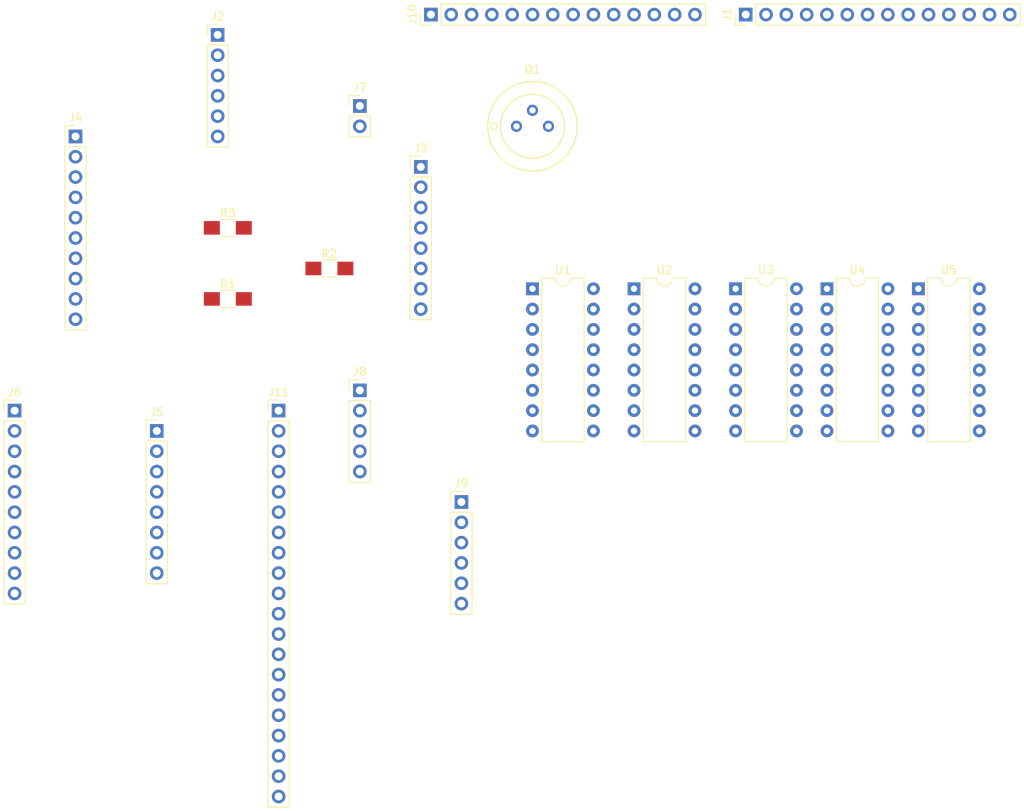
<source format=kicad_pcb>
(kicad_pcb (version 4) (host pcbnew 4.0.7)

  (general
    (links 111)
    (no_connects 111)
    (area 107.012381 82.88238 239.625 188.825)
    (thickness 1.6)
    (drawings 0)
    (tracks 0)
    (zones 0)
    (modules 20)
    (nets 82)
  )

  (page A4)
  (layers
    (0 F.Cu signal)
    (31 B.Cu signal)
    (32 B.Adhes user hide)
    (33 F.Adhes user hide)
    (34 B.Paste user hide)
    (35 F.Paste user hide)
    (36 B.SilkS user hide)
    (37 F.SilkS user)
    (38 B.Mask user hide)
    (39 F.Mask user hide)
    (40 Dwgs.User user hide)
    (41 Cmts.User user hide)
    (42 Eco1.User user hide)
    (43 Eco2.User user hide)
    (44 Edge.Cuts user hide)
    (45 Margin user hide)
    (46 B.CrtYd user hide)
    (47 F.CrtYd user hide)
    (48 B.Fab user hide)
    (49 F.Fab user hide)
  )

  (setup
    (last_trace_width 0.25)
    (trace_clearance 0.2)
    (zone_clearance 0.508)
    (zone_45_only no)
    (trace_min 0.2)
    (segment_width 0.2)
    (edge_width 0.15)
    (via_size 0.6)
    (via_drill 0.4)
    (via_min_size 0.4)
    (via_min_drill 0.3)
    (uvia_size 0.3)
    (uvia_drill 0.1)
    (uvias_allowed no)
    (uvia_min_size 0.2)
    (uvia_min_drill 0.1)
    (pcb_text_width 0.3)
    (pcb_text_size 1.5 1.5)
    (mod_edge_width 0.15)
    (mod_text_size 1 1)
    (mod_text_width 0.15)
    (pad_size 1.524 1.524)
    (pad_drill 0.762)
    (pad_to_mask_clearance 0.2)
    (aux_axis_origin 0 0)
    (visible_elements 7FFFFFFF)
    (pcbplotparams
      (layerselection 0x00030_80000001)
      (usegerberextensions false)
      (excludeedgelayer true)
      (linewidth 0.100000)
      (plotframeref false)
      (viasonmask false)
      (mode 1)
      (useauxorigin false)
      (hpglpennumber 1)
      (hpglpenspeed 20)
      (hpglpendiameter 15)
      (hpglpenoverlay 2)
      (psnegative false)
      (psa4output false)
      (plotreference true)
      (plotvalue true)
      (plotinvisibletext false)
      (padsonsilk false)
      (subtractmaskfromsilk false)
      (outputformat 1)
      (mirror false)
      (drillshape 0)
      (scaleselection 1)
      (outputdirectory test_gerber_out/))
  )

  (net 0 "")
  (net 1 GND)
  (net 2 +3V3)
  (net 3 "Net-(U1-Pad9)")
  (net 4 VCC)
  (net 5 "Net-(J1-Pad1)")
  (net 6 "Net-(J1-Pad2)")
  (net 7 "Net-(J1-Pad3)")
  (net 8 "Net-(J1-Pad4)")
  (net 9 "Net-(J1-Pad5)")
  (net 10 "Net-(J1-Pad6)")
  (net 11 "Net-(J1-Pad7)")
  (net 12 "Net-(J1-Pad8)")
  (net 13 "Net-(J1-Pad9)")
  (net 14 "Net-(J1-Pad10)")
  (net 15 "Net-(J1-Pad11)")
  (net 16 "Net-(J1-Pad12)")
  (net 17 "Net-(J1-Pad13)")
  (net 18 "Net-(J1-Pad14)")
  (net 19 "Net-(J2-Pad1)")
  (net 20 "Net-(J2-Pad2)")
  (net 21 "Net-(J2-Pad3)")
  (net 22 "Net-(J2-Pad4)")
  (net 23 "Net-(J2-Pad5)")
  (net 24 "Net-(J2-Pad6)")
  (net 25 "Net-(J3-Pad1)")
  (net 26 "Net-(J3-Pad2)")
  (net 27 "Net-(J3-Pad3)")
  (net 28 "Net-(J3-Pad4)")
  (net 29 "Net-(J3-Pad5)")
  (net 30 "Net-(J3-Pad6)")
  (net 31 "Net-(J3-Pad7)")
  (net 32 "Net-(J3-Pad8)")
  (net 33 +5V)
  (net 34 "Net-(J4-Pad9)")
  (net 35 /AREF)
  (net 36 "Net-(J5-Pad1)")
  (net 37 "Net-(J5-Pad3)")
  (net 38 "Net-(J5-Pad8)")
  (net 39 "Net-(J11-Pad19)")
  (net 40 /PWM1)
  (net 41 "Net-(J6-Pad3)")
  (net 42 "Net-(J6-Pad4)")
  (net 43 "Net-(J6-Pad6)")
  (net 44 "Net-(J6-Pad9)")
  (net 45 "Net-(J6-Pad10)")
  (net 46 "Net-(J10-Pad1)")
  (net 47 "Net-(J10-Pad2)")
  (net 48 "Net-(J10-Pad3)")
  (net 49 "Net-(J10-Pad4)")
  (net 50 "Net-(J10-Pad5)")
  (net 51 "Net-(J10-Pad6)")
  (net 52 "Net-(J10-Pad7)")
  (net 53 "Net-(J10-Pad8)")
  (net 54 "Net-(J10-Pad9)")
  (net 55 "Net-(J10-Pad10)")
  (net 56 "Net-(J10-Pad11)")
  (net 57 "Net-(J10-Pad12)")
  (net 58 "Net-(J10-Pad13)")
  (net 59 "Net-(J10-Pad14)")
  (net 60 "Net-(J11-Pad1)")
  (net 61 "Net-(J11-Pad2)")
  (net 62 "Net-(J11-Pad3)")
  (net 63 "Net-(J11-Pad4)")
  (net 64 "Net-(J11-Pad5)")
  (net 65 "Net-(J11-Pad6)")
  (net 66 "Net-(J11-Pad7)")
  (net 67 "Net-(J11-Pad8)")
  (net 68 "Net-(J11-Pad9)")
  (net 69 "Net-(J11-Pad10)")
  (net 70 "Net-(J11-Pad11)")
  (net 71 "Net-(J11-Pad12)")
  (net 72 "Net-(J11-Pad13)")
  (net 73 "Net-(J11-Pad14)")
  (net 74 "Net-(J11-Pad15)")
  (net 75 "Net-(J11-Pad16)")
  (net 76 "Net-(J11-Pad18)")
  (net 77 "Net-(Q1-Pad2)")
  (net 78 "Net-(Q1-Pad3)")
  (net 79 VDD)
  (net 80 "Net-(U4-Pad2)")
  (net 81 "Net-(U4-Pad4)")

  (net_class Default "This is the default net class."
    (clearance 0.2)
    (trace_width 0.25)
    (via_dia 0.6)
    (via_drill 0.4)
    (uvia_dia 0.3)
    (uvia_drill 0.1)
    (add_net +3V3)
    (add_net +5V)
    (add_net /AREF)
    (add_net /PWM1)
    (add_net GND)
    (add_net "Net-(J1-Pad1)")
    (add_net "Net-(J1-Pad10)")
    (add_net "Net-(J1-Pad11)")
    (add_net "Net-(J1-Pad12)")
    (add_net "Net-(J1-Pad13)")
    (add_net "Net-(J1-Pad14)")
    (add_net "Net-(J1-Pad2)")
    (add_net "Net-(J1-Pad3)")
    (add_net "Net-(J1-Pad4)")
    (add_net "Net-(J1-Pad5)")
    (add_net "Net-(J1-Pad6)")
    (add_net "Net-(J1-Pad7)")
    (add_net "Net-(J1-Pad8)")
    (add_net "Net-(J1-Pad9)")
    (add_net "Net-(J10-Pad1)")
    (add_net "Net-(J10-Pad10)")
    (add_net "Net-(J10-Pad11)")
    (add_net "Net-(J10-Pad12)")
    (add_net "Net-(J10-Pad13)")
    (add_net "Net-(J10-Pad14)")
    (add_net "Net-(J10-Pad2)")
    (add_net "Net-(J10-Pad3)")
    (add_net "Net-(J10-Pad4)")
    (add_net "Net-(J10-Pad5)")
    (add_net "Net-(J10-Pad6)")
    (add_net "Net-(J10-Pad7)")
    (add_net "Net-(J10-Pad8)")
    (add_net "Net-(J10-Pad9)")
    (add_net "Net-(J11-Pad1)")
    (add_net "Net-(J11-Pad10)")
    (add_net "Net-(J11-Pad11)")
    (add_net "Net-(J11-Pad12)")
    (add_net "Net-(J11-Pad13)")
    (add_net "Net-(J11-Pad14)")
    (add_net "Net-(J11-Pad15)")
    (add_net "Net-(J11-Pad16)")
    (add_net "Net-(J11-Pad18)")
    (add_net "Net-(J11-Pad19)")
    (add_net "Net-(J11-Pad2)")
    (add_net "Net-(J11-Pad3)")
    (add_net "Net-(J11-Pad4)")
    (add_net "Net-(J11-Pad5)")
    (add_net "Net-(J11-Pad6)")
    (add_net "Net-(J11-Pad7)")
    (add_net "Net-(J11-Pad8)")
    (add_net "Net-(J11-Pad9)")
    (add_net "Net-(J2-Pad1)")
    (add_net "Net-(J2-Pad2)")
    (add_net "Net-(J2-Pad3)")
    (add_net "Net-(J2-Pad4)")
    (add_net "Net-(J2-Pad5)")
    (add_net "Net-(J2-Pad6)")
    (add_net "Net-(J3-Pad1)")
    (add_net "Net-(J3-Pad2)")
    (add_net "Net-(J3-Pad3)")
    (add_net "Net-(J3-Pad4)")
    (add_net "Net-(J3-Pad5)")
    (add_net "Net-(J3-Pad6)")
    (add_net "Net-(J3-Pad7)")
    (add_net "Net-(J3-Pad8)")
    (add_net "Net-(J4-Pad9)")
    (add_net "Net-(J5-Pad1)")
    (add_net "Net-(J5-Pad3)")
    (add_net "Net-(J5-Pad8)")
    (add_net "Net-(J6-Pad10)")
    (add_net "Net-(J6-Pad3)")
    (add_net "Net-(J6-Pad4)")
    (add_net "Net-(J6-Pad6)")
    (add_net "Net-(J6-Pad9)")
    (add_net "Net-(Q1-Pad2)")
    (add_net "Net-(Q1-Pad3)")
    (add_net "Net-(U1-Pad9)")
    (add_net "Net-(U4-Pad2)")
    (add_net "Net-(U4-Pad4)")
    (add_net VCC)
    (add_net VDD)
  )

  (module Pin_Headers:Pin_Header_Straight_1x14_Pitch2.54mm (layer F.Cu) (tedit 59650532) (tstamp 5AB5D664)
    (at 203.2 87.63 90)
    (descr "Through hole straight pin header, 1x14, 2.54mm pitch, single row")
    (tags "Through hole pin header THT 1x14 2.54mm single row")
    (path /5AB5FBF7)
    (fp_text reference J1 (at 0 -2.33 90) (layer F.SilkS)
      (effects (font (size 1 1) (thickness 0.15)))
    )
    (fp_text value Conn_01x14 (at 0 35.35 90) (layer F.Fab)
      (effects (font (size 1 1) (thickness 0.15)))
    )
    (fp_line (start -0.635 -1.27) (end 1.27 -1.27) (layer F.Fab) (width 0.1))
    (fp_line (start 1.27 -1.27) (end 1.27 34.29) (layer F.Fab) (width 0.1))
    (fp_line (start 1.27 34.29) (end -1.27 34.29) (layer F.Fab) (width 0.1))
    (fp_line (start -1.27 34.29) (end -1.27 -0.635) (layer F.Fab) (width 0.1))
    (fp_line (start -1.27 -0.635) (end -0.635 -1.27) (layer F.Fab) (width 0.1))
    (fp_line (start -1.33 34.35) (end 1.33 34.35) (layer F.SilkS) (width 0.12))
    (fp_line (start -1.33 1.27) (end -1.33 34.35) (layer F.SilkS) (width 0.12))
    (fp_line (start 1.33 1.27) (end 1.33 34.35) (layer F.SilkS) (width 0.12))
    (fp_line (start -1.33 1.27) (end 1.33 1.27) (layer F.SilkS) (width 0.12))
    (fp_line (start -1.33 0) (end -1.33 -1.33) (layer F.SilkS) (width 0.12))
    (fp_line (start -1.33 -1.33) (end 0 -1.33) (layer F.SilkS) (width 0.12))
    (fp_line (start -1.8 -1.8) (end -1.8 34.8) (layer F.CrtYd) (width 0.05))
    (fp_line (start -1.8 34.8) (end 1.8 34.8) (layer F.CrtYd) (width 0.05))
    (fp_line (start 1.8 34.8) (end 1.8 -1.8) (layer F.CrtYd) (width 0.05))
    (fp_line (start 1.8 -1.8) (end -1.8 -1.8) (layer F.CrtYd) (width 0.05))
    (fp_text user %R (at 0 16.51 180) (layer F.Fab)
      (effects (font (size 1 1) (thickness 0.15)))
    )
    (pad 1 thru_hole rect (at 0 0 90) (size 1.7 1.7) (drill 1) (layers *.Cu *.Mask)
      (net 5 "Net-(J1-Pad1)"))
    (pad 2 thru_hole oval (at 0 2.54 90) (size 1.7 1.7) (drill 1) (layers *.Cu *.Mask)
      (net 6 "Net-(J1-Pad2)"))
    (pad 3 thru_hole oval (at 0 5.08 90) (size 1.7 1.7) (drill 1) (layers *.Cu *.Mask)
      (net 7 "Net-(J1-Pad3)"))
    (pad 4 thru_hole oval (at 0 7.62 90) (size 1.7 1.7) (drill 1) (layers *.Cu *.Mask)
      (net 8 "Net-(J1-Pad4)"))
    (pad 5 thru_hole oval (at 0 10.16 90) (size 1.7 1.7) (drill 1) (layers *.Cu *.Mask)
      (net 9 "Net-(J1-Pad5)"))
    (pad 6 thru_hole oval (at 0 12.7 90) (size 1.7 1.7) (drill 1) (layers *.Cu *.Mask)
      (net 10 "Net-(J1-Pad6)"))
    (pad 7 thru_hole oval (at 0 15.24 90) (size 1.7 1.7) (drill 1) (layers *.Cu *.Mask)
      (net 11 "Net-(J1-Pad7)"))
    (pad 8 thru_hole oval (at 0 17.78 90) (size 1.7 1.7) (drill 1) (layers *.Cu *.Mask)
      (net 12 "Net-(J1-Pad8)"))
    (pad 9 thru_hole oval (at 0 20.32 90) (size 1.7 1.7) (drill 1) (layers *.Cu *.Mask)
      (net 13 "Net-(J1-Pad9)"))
    (pad 10 thru_hole oval (at 0 22.86 90) (size 1.7 1.7) (drill 1) (layers *.Cu *.Mask)
      (net 14 "Net-(J1-Pad10)"))
    (pad 11 thru_hole oval (at 0 25.4 90) (size 1.7 1.7) (drill 1) (layers *.Cu *.Mask)
      (net 15 "Net-(J1-Pad11)"))
    (pad 12 thru_hole oval (at 0 27.94 90) (size 1.7 1.7) (drill 1) (layers *.Cu *.Mask)
      (net 16 "Net-(J1-Pad12)"))
    (pad 13 thru_hole oval (at 0 30.48 90) (size 1.7 1.7) (drill 1) (layers *.Cu *.Mask)
      (net 17 "Net-(J1-Pad13)"))
    (pad 14 thru_hole oval (at 0 33.02 90) (size 1.7 1.7) (drill 1) (layers *.Cu *.Mask)
      (net 18 "Net-(J1-Pad14)"))
    (model ${KISYS3DMOD}/Pin_Headers.3dshapes/Pin_Header_Straight_1x14_Pitch2.54mm.wrl
      (at (xyz 0 0 0))
      (scale (xyz 1 1 1))
      (rotate (xyz 0 0 0))
    )
  )

  (module Pin_Headers:Pin_Header_Straight_1x06_Pitch2.54mm (layer F.Cu) (tedit 59650532) (tstamp 5AB5D66E)
    (at 137.16 90.17)
    (descr "Through hole straight pin header, 1x06, 2.54mm pitch, single row")
    (tags "Through hole pin header THT 1x06 2.54mm single row")
    (path /5AB77B16)
    (fp_text reference J2 (at 0 -2.33) (layer F.SilkS)
      (effects (font (size 1 1) (thickness 0.15)))
    )
    (fp_text value Conn_01x06 (at 0 15.03) (layer F.Fab)
      (effects (font (size 1 1) (thickness 0.15)))
    )
    (fp_line (start -0.635 -1.27) (end 1.27 -1.27) (layer F.Fab) (width 0.1))
    (fp_line (start 1.27 -1.27) (end 1.27 13.97) (layer F.Fab) (width 0.1))
    (fp_line (start 1.27 13.97) (end -1.27 13.97) (layer F.Fab) (width 0.1))
    (fp_line (start -1.27 13.97) (end -1.27 -0.635) (layer F.Fab) (width 0.1))
    (fp_line (start -1.27 -0.635) (end -0.635 -1.27) (layer F.Fab) (width 0.1))
    (fp_line (start -1.33 14.03) (end 1.33 14.03) (layer F.SilkS) (width 0.12))
    (fp_line (start -1.33 1.27) (end -1.33 14.03) (layer F.SilkS) (width 0.12))
    (fp_line (start 1.33 1.27) (end 1.33 14.03) (layer F.SilkS) (width 0.12))
    (fp_line (start -1.33 1.27) (end 1.33 1.27) (layer F.SilkS) (width 0.12))
    (fp_line (start -1.33 0) (end -1.33 -1.33) (layer F.SilkS) (width 0.12))
    (fp_line (start -1.33 -1.33) (end 0 -1.33) (layer F.SilkS) (width 0.12))
    (fp_line (start -1.8 -1.8) (end -1.8 14.5) (layer F.CrtYd) (width 0.05))
    (fp_line (start -1.8 14.5) (end 1.8 14.5) (layer F.CrtYd) (width 0.05))
    (fp_line (start 1.8 14.5) (end 1.8 -1.8) (layer F.CrtYd) (width 0.05))
    (fp_line (start 1.8 -1.8) (end -1.8 -1.8) (layer F.CrtYd) (width 0.05))
    (fp_text user %R (at 0 6.35 90) (layer F.Fab)
      (effects (font (size 1 1) (thickness 0.15)))
    )
    (pad 1 thru_hole rect (at 0 0) (size 1.7 1.7) (drill 1) (layers *.Cu *.Mask)
      (net 19 "Net-(J2-Pad1)"))
    (pad 2 thru_hole oval (at 0 2.54) (size 1.7 1.7) (drill 1) (layers *.Cu *.Mask)
      (net 20 "Net-(J2-Pad2)"))
    (pad 3 thru_hole oval (at 0 5.08) (size 1.7 1.7) (drill 1) (layers *.Cu *.Mask)
      (net 21 "Net-(J2-Pad3)"))
    (pad 4 thru_hole oval (at 0 7.62) (size 1.7 1.7) (drill 1) (layers *.Cu *.Mask)
      (net 22 "Net-(J2-Pad4)"))
    (pad 5 thru_hole oval (at 0 10.16) (size 1.7 1.7) (drill 1) (layers *.Cu *.Mask)
      (net 23 "Net-(J2-Pad5)"))
    (pad 6 thru_hole oval (at 0 12.7) (size 1.7 1.7) (drill 1) (layers *.Cu *.Mask)
      (net 24 "Net-(J2-Pad6)"))
    (model ${KISYS3DMOD}/Pin_Headers.3dshapes/Pin_Header_Straight_1x06_Pitch2.54mm.wrl
      (at (xyz 0 0 0))
      (scale (xyz 1 1 1))
      (rotate (xyz 0 0 0))
    )
  )

  (module Pin_Headers:Pin_Header_Straight_1x08_Pitch2.54mm (layer F.Cu) (tedit 59650532) (tstamp 5AB5D67A)
    (at 162.56 106.68)
    (descr "Through hole straight pin header, 1x08, 2.54mm pitch, single row")
    (tags "Through hole pin header THT 1x08 2.54mm single row")
    (path /5AB72ECE)
    (fp_text reference J3 (at 0 -2.33) (layer F.SilkS)
      (effects (font (size 1 1) (thickness 0.15)))
    )
    (fp_text value Conn_01x08 (at 0 20.11) (layer F.Fab)
      (effects (font (size 1 1) (thickness 0.15)))
    )
    (fp_line (start -0.635 -1.27) (end 1.27 -1.27) (layer F.Fab) (width 0.1))
    (fp_line (start 1.27 -1.27) (end 1.27 19.05) (layer F.Fab) (width 0.1))
    (fp_line (start 1.27 19.05) (end -1.27 19.05) (layer F.Fab) (width 0.1))
    (fp_line (start -1.27 19.05) (end -1.27 -0.635) (layer F.Fab) (width 0.1))
    (fp_line (start -1.27 -0.635) (end -0.635 -1.27) (layer F.Fab) (width 0.1))
    (fp_line (start -1.33 19.11) (end 1.33 19.11) (layer F.SilkS) (width 0.12))
    (fp_line (start -1.33 1.27) (end -1.33 19.11) (layer F.SilkS) (width 0.12))
    (fp_line (start 1.33 1.27) (end 1.33 19.11) (layer F.SilkS) (width 0.12))
    (fp_line (start -1.33 1.27) (end 1.33 1.27) (layer F.SilkS) (width 0.12))
    (fp_line (start -1.33 0) (end -1.33 -1.33) (layer F.SilkS) (width 0.12))
    (fp_line (start -1.33 -1.33) (end 0 -1.33) (layer F.SilkS) (width 0.12))
    (fp_line (start -1.8 -1.8) (end -1.8 19.55) (layer F.CrtYd) (width 0.05))
    (fp_line (start -1.8 19.55) (end 1.8 19.55) (layer F.CrtYd) (width 0.05))
    (fp_line (start 1.8 19.55) (end 1.8 -1.8) (layer F.CrtYd) (width 0.05))
    (fp_line (start 1.8 -1.8) (end -1.8 -1.8) (layer F.CrtYd) (width 0.05))
    (fp_text user %R (at 0 8.89 90) (layer F.Fab)
      (effects (font (size 1 1) (thickness 0.15)))
    )
    (pad 1 thru_hole rect (at 0 0) (size 1.7 1.7) (drill 1) (layers *.Cu *.Mask)
      (net 25 "Net-(J3-Pad1)"))
    (pad 2 thru_hole oval (at 0 2.54) (size 1.7 1.7) (drill 1) (layers *.Cu *.Mask)
      (net 26 "Net-(J3-Pad2)"))
    (pad 3 thru_hole oval (at 0 5.08) (size 1.7 1.7) (drill 1) (layers *.Cu *.Mask)
      (net 27 "Net-(J3-Pad3)"))
    (pad 4 thru_hole oval (at 0 7.62) (size 1.7 1.7) (drill 1) (layers *.Cu *.Mask)
      (net 28 "Net-(J3-Pad4)"))
    (pad 5 thru_hole oval (at 0 10.16) (size 1.7 1.7) (drill 1) (layers *.Cu *.Mask)
      (net 29 "Net-(J3-Pad5)"))
    (pad 6 thru_hole oval (at 0 12.7) (size 1.7 1.7) (drill 1) (layers *.Cu *.Mask)
      (net 30 "Net-(J3-Pad6)"))
    (pad 7 thru_hole oval (at 0 15.24) (size 1.7 1.7) (drill 1) (layers *.Cu *.Mask)
      (net 31 "Net-(J3-Pad7)"))
    (pad 8 thru_hole oval (at 0 17.78) (size 1.7 1.7) (drill 1) (layers *.Cu *.Mask)
      (net 32 "Net-(J3-Pad8)"))
    (model ${KISYS3DMOD}/Pin_Headers.3dshapes/Pin_Header_Straight_1x08_Pitch2.54mm.wrl
      (at (xyz 0 0 0))
      (scale (xyz 1 1 1))
      (rotate (xyz 0 0 0))
    )
  )

  (module Pin_Headers:Pin_Header_Straight_1x10_Pitch2.54mm (layer F.Cu) (tedit 59650532) (tstamp 5AB5D688)
    (at 119.38 102.87)
    (descr "Through hole straight pin header, 1x10, 2.54mm pitch, single row")
    (tags "Through hole pin header THT 1x10 2.54mm single row")
    (path /5AB792C4)
    (fp_text reference J4 (at 0 -2.33) (layer F.SilkS)
      (effects (font (size 1 1) (thickness 0.15)))
    )
    (fp_text value Conn_01x10 (at 0 25.19) (layer F.Fab)
      (effects (font (size 1 1) (thickness 0.15)))
    )
    (fp_line (start -0.635 -1.27) (end 1.27 -1.27) (layer F.Fab) (width 0.1))
    (fp_line (start 1.27 -1.27) (end 1.27 24.13) (layer F.Fab) (width 0.1))
    (fp_line (start 1.27 24.13) (end -1.27 24.13) (layer F.Fab) (width 0.1))
    (fp_line (start -1.27 24.13) (end -1.27 -0.635) (layer F.Fab) (width 0.1))
    (fp_line (start -1.27 -0.635) (end -0.635 -1.27) (layer F.Fab) (width 0.1))
    (fp_line (start -1.33 24.19) (end 1.33 24.19) (layer F.SilkS) (width 0.12))
    (fp_line (start -1.33 1.27) (end -1.33 24.19) (layer F.SilkS) (width 0.12))
    (fp_line (start 1.33 1.27) (end 1.33 24.19) (layer F.SilkS) (width 0.12))
    (fp_line (start -1.33 1.27) (end 1.33 1.27) (layer F.SilkS) (width 0.12))
    (fp_line (start -1.33 0) (end -1.33 -1.33) (layer F.SilkS) (width 0.12))
    (fp_line (start -1.33 -1.33) (end 0 -1.33) (layer F.SilkS) (width 0.12))
    (fp_line (start -1.8 -1.8) (end -1.8 24.65) (layer F.CrtYd) (width 0.05))
    (fp_line (start -1.8 24.65) (end 1.8 24.65) (layer F.CrtYd) (width 0.05))
    (fp_line (start 1.8 24.65) (end 1.8 -1.8) (layer F.CrtYd) (width 0.05))
    (fp_line (start 1.8 -1.8) (end -1.8 -1.8) (layer F.CrtYd) (width 0.05))
    (fp_text user %R (at 0 11.43 90) (layer F.Fab)
      (effects (font (size 1 1) (thickness 0.15)))
    )
    (pad 1 thru_hole rect (at 0 0) (size 1.7 1.7) (drill 1) (layers *.Cu *.Mask)
      (net 24 "Net-(J2-Pad6)"))
    (pad 2 thru_hole oval (at 0 2.54) (size 1.7 1.7) (drill 1) (layers *.Cu *.Mask)
      (net 23 "Net-(J2-Pad5)"))
    (pad 3 thru_hole oval (at 0 5.08) (size 1.7 1.7) (drill 1) (layers *.Cu *.Mask)
      (net 22 "Net-(J2-Pad4)"))
    (pad 4 thru_hole oval (at 0 7.62) (size 1.7 1.7) (drill 1) (layers *.Cu *.Mask)
      (net 21 "Net-(J2-Pad3)"))
    (pad 5 thru_hole oval (at 0 10.16) (size 1.7 1.7) (drill 1) (layers *.Cu *.Mask)
      (net 20 "Net-(J2-Pad2)"))
    (pad 6 thru_hole oval (at 0 12.7) (size 1.7 1.7) (drill 1) (layers *.Cu *.Mask)
      (net 1 GND))
    (pad 7 thru_hole oval (at 0 15.24) (size 1.7 1.7) (drill 1) (layers *.Cu *.Mask)
      (net 2 +3V3))
    (pad 8 thru_hole oval (at 0 17.78) (size 1.7 1.7) (drill 1) (layers *.Cu *.Mask)
      (net 33 +5V))
    (pad 9 thru_hole oval (at 0 20.32) (size 1.7 1.7) (drill 1) (layers *.Cu *.Mask)
      (net 34 "Net-(J4-Pad9)"))
    (pad 10 thru_hole oval (at 0 22.86) (size 1.7 1.7) (drill 1) (layers *.Cu *.Mask)
      (net 35 /AREF))
    (model ${KISYS3DMOD}/Pin_Headers.3dshapes/Pin_Header_Straight_1x10_Pitch2.54mm.wrl
      (at (xyz 0 0 0))
      (scale (xyz 1 1 1))
      (rotate (xyz 0 0 0))
    )
  )

  (module Pin_Headers:Pin_Header_Straight_1x08_Pitch2.54mm (layer F.Cu) (tedit 59650532) (tstamp 5AB5D694)
    (at 129.54 139.7)
    (descr "Through hole straight pin header, 1x08, 2.54mm pitch, single row")
    (tags "Through hole pin header THT 1x08 2.54mm single row")
    (path /5AB770E2)
    (fp_text reference J5 (at 0 -2.33) (layer F.SilkS)
      (effects (font (size 1 1) (thickness 0.15)))
    )
    (fp_text value Conn_01x08 (at 0 20.11) (layer F.Fab)
      (effects (font (size 1 1) (thickness 0.15)))
    )
    (fp_line (start -0.635 -1.27) (end 1.27 -1.27) (layer F.Fab) (width 0.1))
    (fp_line (start 1.27 -1.27) (end 1.27 19.05) (layer F.Fab) (width 0.1))
    (fp_line (start 1.27 19.05) (end -1.27 19.05) (layer F.Fab) (width 0.1))
    (fp_line (start -1.27 19.05) (end -1.27 -0.635) (layer F.Fab) (width 0.1))
    (fp_line (start -1.27 -0.635) (end -0.635 -1.27) (layer F.Fab) (width 0.1))
    (fp_line (start -1.33 19.11) (end 1.33 19.11) (layer F.SilkS) (width 0.12))
    (fp_line (start -1.33 1.27) (end -1.33 19.11) (layer F.SilkS) (width 0.12))
    (fp_line (start 1.33 1.27) (end 1.33 19.11) (layer F.SilkS) (width 0.12))
    (fp_line (start -1.33 1.27) (end 1.33 1.27) (layer F.SilkS) (width 0.12))
    (fp_line (start -1.33 0) (end -1.33 -1.33) (layer F.SilkS) (width 0.12))
    (fp_line (start -1.33 -1.33) (end 0 -1.33) (layer F.SilkS) (width 0.12))
    (fp_line (start -1.8 -1.8) (end -1.8 19.55) (layer F.CrtYd) (width 0.05))
    (fp_line (start -1.8 19.55) (end 1.8 19.55) (layer F.CrtYd) (width 0.05))
    (fp_line (start 1.8 19.55) (end 1.8 -1.8) (layer F.CrtYd) (width 0.05))
    (fp_line (start 1.8 -1.8) (end -1.8 -1.8) (layer F.CrtYd) (width 0.05))
    (fp_text user %R (at 0 8.89 90) (layer F.Fab)
      (effects (font (size 1 1) (thickness 0.15)))
    )
    (pad 1 thru_hole rect (at 0 0) (size 1.7 1.7) (drill 1) (layers *.Cu *.Mask)
      (net 36 "Net-(J5-Pad1)"))
    (pad 2 thru_hole oval (at 0 2.54) (size 1.7 1.7) (drill 1) (layers *.Cu *.Mask)
      (net 34 "Net-(J4-Pad9)"))
    (pad 3 thru_hole oval (at 0 5.08) (size 1.7 1.7) (drill 1) (layers *.Cu *.Mask)
      (net 37 "Net-(J5-Pad3)"))
    (pad 4 thru_hole oval (at 0 7.62) (size 1.7 1.7) (drill 1) (layers *.Cu *.Mask)
      (net 2 +3V3))
    (pad 5 thru_hole oval (at 0 10.16) (size 1.7 1.7) (drill 1) (layers *.Cu *.Mask)
      (net 33 +5V))
    (pad 6 thru_hole oval (at 0 12.7) (size 1.7 1.7) (drill 1) (layers *.Cu *.Mask)
      (net 1 GND))
    (pad 7 thru_hole oval (at 0 15.24) (size 1.7 1.7) (drill 1) (layers *.Cu *.Mask)
      (net 1 GND))
    (pad 8 thru_hole oval (at 0 17.78) (size 1.7 1.7) (drill 1) (layers *.Cu *.Mask)
      (net 38 "Net-(J5-Pad8)"))
    (model ${KISYS3DMOD}/Pin_Headers.3dshapes/Pin_Header_Straight_1x08_Pitch2.54mm.wrl
      (at (xyz 0 0 0))
      (scale (xyz 1 1 1))
      (rotate (xyz 0 0 0))
    )
  )

  (module Pin_Headers:Pin_Header_Straight_1x10_Pitch2.54mm (layer F.Cu) (tedit 59650532) (tstamp 5AB5D6A2)
    (at 111.76 137.16)
    (descr "Through hole straight pin header, 1x10, 2.54mm pitch, single row")
    (tags "Through hole pin header THT 1x10 2.54mm single row")
    (path /5AB73FDF)
    (fp_text reference J6 (at 0 -2.33) (layer F.SilkS)
      (effects (font (size 1 1) (thickness 0.15)))
    )
    (fp_text value Conn_01x10 (at 0 25.19) (layer F.Fab)
      (effects (font (size 1 1) (thickness 0.15)))
    )
    (fp_line (start -0.635 -1.27) (end 1.27 -1.27) (layer F.Fab) (width 0.1))
    (fp_line (start 1.27 -1.27) (end 1.27 24.13) (layer F.Fab) (width 0.1))
    (fp_line (start 1.27 24.13) (end -1.27 24.13) (layer F.Fab) (width 0.1))
    (fp_line (start -1.27 24.13) (end -1.27 -0.635) (layer F.Fab) (width 0.1))
    (fp_line (start -1.27 -0.635) (end -0.635 -1.27) (layer F.Fab) (width 0.1))
    (fp_line (start -1.33 24.19) (end 1.33 24.19) (layer F.SilkS) (width 0.12))
    (fp_line (start -1.33 1.27) (end -1.33 24.19) (layer F.SilkS) (width 0.12))
    (fp_line (start 1.33 1.27) (end 1.33 24.19) (layer F.SilkS) (width 0.12))
    (fp_line (start -1.33 1.27) (end 1.33 1.27) (layer F.SilkS) (width 0.12))
    (fp_line (start -1.33 0) (end -1.33 -1.33) (layer F.SilkS) (width 0.12))
    (fp_line (start -1.33 -1.33) (end 0 -1.33) (layer F.SilkS) (width 0.12))
    (fp_line (start -1.8 -1.8) (end -1.8 24.65) (layer F.CrtYd) (width 0.05))
    (fp_line (start -1.8 24.65) (end 1.8 24.65) (layer F.CrtYd) (width 0.05))
    (fp_line (start 1.8 24.65) (end 1.8 -1.8) (layer F.CrtYd) (width 0.05))
    (fp_line (start 1.8 -1.8) (end -1.8 -1.8) (layer F.CrtYd) (width 0.05))
    (fp_text user %R (at 0 11.43 90) (layer F.Fab)
      (effects (font (size 1 1) (thickness 0.15)))
    )
    (pad 1 thru_hole rect (at 0 0) (size 1.7 1.7) (drill 1) (layers *.Cu *.Mask)
      (net 39 "Net-(J11-Pad19)"))
    (pad 2 thru_hole oval (at 0 2.54) (size 1.7 1.7) (drill 1) (layers *.Cu *.Mask)
      (net 40 /PWM1))
    (pad 3 thru_hole oval (at 0 5.08) (size 1.7 1.7) (drill 1) (layers *.Cu *.Mask)
      (net 41 "Net-(J6-Pad3)"))
    (pad 4 thru_hole oval (at 0 7.62) (size 1.7 1.7) (drill 1) (layers *.Cu *.Mask)
      (net 42 "Net-(J6-Pad4)"))
    (pad 5 thru_hole oval (at 0 10.16) (size 1.7 1.7) (drill 1) (layers *.Cu *.Mask)
      (net 1 GND))
    (pad 6 thru_hole oval (at 0 12.7) (size 1.7 1.7) (drill 1) (layers *.Cu *.Mask)
      (net 43 "Net-(J6-Pad6)"))
    (pad 7 thru_hole oval (at 0 15.24) (size 1.7 1.7) (drill 1) (layers *.Cu *.Mask)
      (net 1 GND))
    (pad 8 thru_hole oval (at 0 17.78) (size 1.7 1.7) (drill 1) (layers *.Cu *.Mask)
      (net 35 /AREF))
    (pad 9 thru_hole oval (at 0 20.32) (size 1.7 1.7) (drill 1) (layers *.Cu *.Mask)
      (net 44 "Net-(J6-Pad9)"))
    (pad 10 thru_hole oval (at 0 22.86) (size 1.7 1.7) (drill 1) (layers *.Cu *.Mask)
      (net 45 "Net-(J6-Pad10)"))
    (model ${KISYS3DMOD}/Pin_Headers.3dshapes/Pin_Header_Straight_1x10_Pitch2.54mm.wrl
      (at (xyz 0 0 0))
      (scale (xyz 1 1 1))
      (rotate (xyz 0 0 0))
    )
  )

  (module Pin_Headers:Pin_Header_Straight_1x02_Pitch2.54mm (layer F.Cu) (tedit 59650532) (tstamp 5AB5D6A8)
    (at 154.94 99.06)
    (descr "Through hole straight pin header, 1x02, 2.54mm pitch, single row")
    (tags "Through hole pin header THT 1x02 2.54mm single row")
    (path /5AB7A63F)
    (fp_text reference J7 (at 0 -2.33) (layer F.SilkS)
      (effects (font (size 1 1) (thickness 0.15)))
    )
    (fp_text value Conn_01x02 (at 0 4.87) (layer F.Fab)
      (effects (font (size 1 1) (thickness 0.15)))
    )
    (fp_line (start -0.635 -1.27) (end 1.27 -1.27) (layer F.Fab) (width 0.1))
    (fp_line (start 1.27 -1.27) (end 1.27 3.81) (layer F.Fab) (width 0.1))
    (fp_line (start 1.27 3.81) (end -1.27 3.81) (layer F.Fab) (width 0.1))
    (fp_line (start -1.27 3.81) (end -1.27 -0.635) (layer F.Fab) (width 0.1))
    (fp_line (start -1.27 -0.635) (end -0.635 -1.27) (layer F.Fab) (width 0.1))
    (fp_line (start -1.33 3.87) (end 1.33 3.87) (layer F.SilkS) (width 0.12))
    (fp_line (start -1.33 1.27) (end -1.33 3.87) (layer F.SilkS) (width 0.12))
    (fp_line (start 1.33 1.27) (end 1.33 3.87) (layer F.SilkS) (width 0.12))
    (fp_line (start -1.33 1.27) (end 1.33 1.27) (layer F.SilkS) (width 0.12))
    (fp_line (start -1.33 0) (end -1.33 -1.33) (layer F.SilkS) (width 0.12))
    (fp_line (start -1.33 -1.33) (end 0 -1.33) (layer F.SilkS) (width 0.12))
    (fp_line (start -1.8 -1.8) (end -1.8 4.35) (layer F.CrtYd) (width 0.05))
    (fp_line (start -1.8 4.35) (end 1.8 4.35) (layer F.CrtYd) (width 0.05))
    (fp_line (start 1.8 4.35) (end 1.8 -1.8) (layer F.CrtYd) (width 0.05))
    (fp_line (start 1.8 -1.8) (end -1.8 -1.8) (layer F.CrtYd) (width 0.05))
    (fp_text user %R (at 0 1.27 90) (layer F.Fab)
      (effects (font (size 1 1) (thickness 0.15)))
    )
    (pad 1 thru_hole rect (at 0 0) (size 1.7 1.7) (drill 1) (layers *.Cu *.Mask)
      (net 33 +5V))
    (pad 2 thru_hole oval (at 0 2.54) (size 1.7 1.7) (drill 1) (layers *.Cu *.Mask)
      (net 37 "Net-(J5-Pad3)"))
    (model ${KISYS3DMOD}/Pin_Headers.3dshapes/Pin_Header_Straight_1x02_Pitch2.54mm.wrl
      (at (xyz 0 0 0))
      (scale (xyz 1 1 1))
      (rotate (xyz 0 0 0))
    )
  )

  (module Pin_Headers:Pin_Header_Straight_1x05_Pitch2.54mm (layer F.Cu) (tedit 59650532) (tstamp 5AB5D6B1)
    (at 154.94 134.62)
    (descr "Through hole straight pin header, 1x05, 2.54mm pitch, single row")
    (tags "Through hole pin header THT 1x05 2.54mm single row")
    (path /5AB7BC89)
    (fp_text reference J8 (at 0 -2.33) (layer F.SilkS)
      (effects (font (size 1 1) (thickness 0.15)))
    )
    (fp_text value Conn_01x05 (at 0 12.49) (layer F.Fab)
      (effects (font (size 1 1) (thickness 0.15)))
    )
    (fp_line (start -0.635 -1.27) (end 1.27 -1.27) (layer F.Fab) (width 0.1))
    (fp_line (start 1.27 -1.27) (end 1.27 11.43) (layer F.Fab) (width 0.1))
    (fp_line (start 1.27 11.43) (end -1.27 11.43) (layer F.Fab) (width 0.1))
    (fp_line (start -1.27 11.43) (end -1.27 -0.635) (layer F.Fab) (width 0.1))
    (fp_line (start -1.27 -0.635) (end -0.635 -1.27) (layer F.Fab) (width 0.1))
    (fp_line (start -1.33 11.49) (end 1.33 11.49) (layer F.SilkS) (width 0.12))
    (fp_line (start -1.33 1.27) (end -1.33 11.49) (layer F.SilkS) (width 0.12))
    (fp_line (start 1.33 1.27) (end 1.33 11.49) (layer F.SilkS) (width 0.12))
    (fp_line (start -1.33 1.27) (end 1.33 1.27) (layer F.SilkS) (width 0.12))
    (fp_line (start -1.33 0) (end -1.33 -1.33) (layer F.SilkS) (width 0.12))
    (fp_line (start -1.33 -1.33) (end 0 -1.33) (layer F.SilkS) (width 0.12))
    (fp_line (start -1.8 -1.8) (end -1.8 11.95) (layer F.CrtYd) (width 0.05))
    (fp_line (start -1.8 11.95) (end 1.8 11.95) (layer F.CrtYd) (width 0.05))
    (fp_line (start 1.8 11.95) (end 1.8 -1.8) (layer F.CrtYd) (width 0.05))
    (fp_line (start 1.8 -1.8) (end -1.8 -1.8) (layer F.CrtYd) (width 0.05))
    (fp_text user %R (at 0 5.08 90) (layer F.Fab)
      (effects (font (size 1 1) (thickness 0.15)))
    )
    (pad 1 thru_hole rect (at 0 0) (size 1.7 1.7) (drill 1) (layers *.Cu *.Mask)
      (net 45 "Net-(J6-Pad10)"))
    (pad 2 thru_hole oval (at 0 2.54) (size 1.7 1.7) (drill 1) (layers *.Cu *.Mask)
      (net 44 "Net-(J6-Pad9)"))
    (pad 3 thru_hole oval (at 0 5.08) (size 1.7 1.7) (drill 1) (layers *.Cu *.Mask)
      (net 1 GND))
    (pad 4 thru_hole oval (at 0 7.62) (size 1.7 1.7) (drill 1) (layers *.Cu *.Mask)
      (net 33 +5V))
    (pad 5 thru_hole oval (at 0 10.16) (size 1.7 1.7) (drill 1) (layers *.Cu *.Mask)
      (net 2 +3V3))
    (model ${KISYS3DMOD}/Pin_Headers.3dshapes/Pin_Header_Straight_1x05_Pitch2.54mm.wrl
      (at (xyz 0 0 0))
      (scale (xyz 1 1 1))
      (rotate (xyz 0 0 0))
    )
  )

  (module Pin_Headers:Pin_Header_Straight_1x06_Pitch2.54mm (layer F.Cu) (tedit 59650532) (tstamp 5AB5D6BB)
    (at 167.64 148.59)
    (descr "Through hole straight pin header, 1x06, 2.54mm pitch, single row")
    (tags "Through hole pin header THT 1x06 2.54mm single row")
    (path /5AB7E284)
    (fp_text reference J9 (at 0 -2.33) (layer F.SilkS)
      (effects (font (size 1 1) (thickness 0.15)))
    )
    (fp_text value Conn_01x06 (at 0 15.03) (layer F.Fab)
      (effects (font (size 1 1) (thickness 0.15)))
    )
    (fp_line (start -0.635 -1.27) (end 1.27 -1.27) (layer F.Fab) (width 0.1))
    (fp_line (start 1.27 -1.27) (end 1.27 13.97) (layer F.Fab) (width 0.1))
    (fp_line (start 1.27 13.97) (end -1.27 13.97) (layer F.Fab) (width 0.1))
    (fp_line (start -1.27 13.97) (end -1.27 -0.635) (layer F.Fab) (width 0.1))
    (fp_line (start -1.27 -0.635) (end -0.635 -1.27) (layer F.Fab) (width 0.1))
    (fp_line (start -1.33 14.03) (end 1.33 14.03) (layer F.SilkS) (width 0.12))
    (fp_line (start -1.33 1.27) (end -1.33 14.03) (layer F.SilkS) (width 0.12))
    (fp_line (start 1.33 1.27) (end 1.33 14.03) (layer F.SilkS) (width 0.12))
    (fp_line (start -1.33 1.27) (end 1.33 1.27) (layer F.SilkS) (width 0.12))
    (fp_line (start -1.33 0) (end -1.33 -1.33) (layer F.SilkS) (width 0.12))
    (fp_line (start -1.33 -1.33) (end 0 -1.33) (layer F.SilkS) (width 0.12))
    (fp_line (start -1.8 -1.8) (end -1.8 14.5) (layer F.CrtYd) (width 0.05))
    (fp_line (start -1.8 14.5) (end 1.8 14.5) (layer F.CrtYd) (width 0.05))
    (fp_line (start 1.8 14.5) (end 1.8 -1.8) (layer F.CrtYd) (width 0.05))
    (fp_line (start 1.8 -1.8) (end -1.8 -1.8) (layer F.CrtYd) (width 0.05))
    (fp_text user %R (at 0 6.35 90) (layer F.Fab)
      (effects (font (size 1 1) (thickness 0.15)))
    )
    (pad 1 thru_hole rect (at 0 0) (size 1.7 1.7) (drill 1) (layers *.Cu *.Mask)
      (net 40 /PWM1))
    (pad 2 thru_hole oval (at 0 2.54) (size 1.7 1.7) (drill 1) (layers *.Cu *.Mask)
      (net 41 "Net-(J6-Pad3)"))
    (pad 3 thru_hole oval (at 0 5.08) (size 1.7 1.7) (drill 1) (layers *.Cu *.Mask)
      (net 42 "Net-(J6-Pad4)"))
    (pad 4 thru_hole oval (at 0 7.62) (size 1.7 1.7) (drill 1) (layers *.Cu *.Mask)
      (net 1 GND))
    (pad 5 thru_hole oval (at 0 10.16) (size 1.7 1.7) (drill 1) (layers *.Cu *.Mask)
      (net 33 +5V))
    (pad 6 thru_hole oval (at 0 12.7) (size 1.7 1.7) (drill 1) (layers *.Cu *.Mask)
      (net 2 +3V3))
    (model ${KISYS3DMOD}/Pin_Headers.3dshapes/Pin_Header_Straight_1x06_Pitch2.54mm.wrl
      (at (xyz 0 0 0))
      (scale (xyz 1 1 1))
      (rotate (xyz 0 0 0))
    )
  )

  (module Pin_Headers:Pin_Header_Straight_1x14_Pitch2.54mm (layer F.Cu) (tedit 59650532) (tstamp 5AB5D6CD)
    (at 163.83 87.63 90)
    (descr "Through hole straight pin header, 1x14, 2.54mm pitch, single row")
    (tags "Through hole pin header THT 1x14 2.54mm single row")
    (path /5AB5FEBC)
    (fp_text reference J10 (at 0 -2.33 90) (layer F.SilkS)
      (effects (font (size 1 1) (thickness 0.15)))
    )
    (fp_text value Conn_01x14 (at 0 35.35 90) (layer F.Fab)
      (effects (font (size 1 1) (thickness 0.15)))
    )
    (fp_line (start -0.635 -1.27) (end 1.27 -1.27) (layer F.Fab) (width 0.1))
    (fp_line (start 1.27 -1.27) (end 1.27 34.29) (layer F.Fab) (width 0.1))
    (fp_line (start 1.27 34.29) (end -1.27 34.29) (layer F.Fab) (width 0.1))
    (fp_line (start -1.27 34.29) (end -1.27 -0.635) (layer F.Fab) (width 0.1))
    (fp_line (start -1.27 -0.635) (end -0.635 -1.27) (layer F.Fab) (width 0.1))
    (fp_line (start -1.33 34.35) (end 1.33 34.35) (layer F.SilkS) (width 0.12))
    (fp_line (start -1.33 1.27) (end -1.33 34.35) (layer F.SilkS) (width 0.12))
    (fp_line (start 1.33 1.27) (end 1.33 34.35) (layer F.SilkS) (width 0.12))
    (fp_line (start -1.33 1.27) (end 1.33 1.27) (layer F.SilkS) (width 0.12))
    (fp_line (start -1.33 0) (end -1.33 -1.33) (layer F.SilkS) (width 0.12))
    (fp_line (start -1.33 -1.33) (end 0 -1.33) (layer F.SilkS) (width 0.12))
    (fp_line (start -1.8 -1.8) (end -1.8 34.8) (layer F.CrtYd) (width 0.05))
    (fp_line (start -1.8 34.8) (end 1.8 34.8) (layer F.CrtYd) (width 0.05))
    (fp_line (start 1.8 34.8) (end 1.8 -1.8) (layer F.CrtYd) (width 0.05))
    (fp_line (start 1.8 -1.8) (end -1.8 -1.8) (layer F.CrtYd) (width 0.05))
    (fp_text user %R (at 0 16.51 180) (layer F.Fab)
      (effects (font (size 1 1) (thickness 0.15)))
    )
    (pad 1 thru_hole rect (at 0 0 90) (size 1.7 1.7) (drill 1) (layers *.Cu *.Mask)
      (net 46 "Net-(J10-Pad1)"))
    (pad 2 thru_hole oval (at 0 2.54 90) (size 1.7 1.7) (drill 1) (layers *.Cu *.Mask)
      (net 47 "Net-(J10-Pad2)"))
    (pad 3 thru_hole oval (at 0 5.08 90) (size 1.7 1.7) (drill 1) (layers *.Cu *.Mask)
      (net 48 "Net-(J10-Pad3)"))
    (pad 4 thru_hole oval (at 0 7.62 90) (size 1.7 1.7) (drill 1) (layers *.Cu *.Mask)
      (net 49 "Net-(J10-Pad4)"))
    (pad 5 thru_hole oval (at 0 10.16 90) (size 1.7 1.7) (drill 1) (layers *.Cu *.Mask)
      (net 50 "Net-(J10-Pad5)"))
    (pad 6 thru_hole oval (at 0 12.7 90) (size 1.7 1.7) (drill 1) (layers *.Cu *.Mask)
      (net 51 "Net-(J10-Pad6)"))
    (pad 7 thru_hole oval (at 0 15.24 90) (size 1.7 1.7) (drill 1) (layers *.Cu *.Mask)
      (net 52 "Net-(J10-Pad7)"))
    (pad 8 thru_hole oval (at 0 17.78 90) (size 1.7 1.7) (drill 1) (layers *.Cu *.Mask)
      (net 53 "Net-(J10-Pad8)"))
    (pad 9 thru_hole oval (at 0 20.32 90) (size 1.7 1.7) (drill 1) (layers *.Cu *.Mask)
      (net 54 "Net-(J10-Pad9)"))
    (pad 10 thru_hole oval (at 0 22.86 90) (size 1.7 1.7) (drill 1) (layers *.Cu *.Mask)
      (net 55 "Net-(J10-Pad10)"))
    (pad 11 thru_hole oval (at 0 25.4 90) (size 1.7 1.7) (drill 1) (layers *.Cu *.Mask)
      (net 56 "Net-(J10-Pad11)"))
    (pad 12 thru_hole oval (at 0 27.94 90) (size 1.7 1.7) (drill 1) (layers *.Cu *.Mask)
      (net 57 "Net-(J10-Pad12)"))
    (pad 13 thru_hole oval (at 0 30.48 90) (size 1.7 1.7) (drill 1) (layers *.Cu *.Mask)
      (net 58 "Net-(J10-Pad13)"))
    (pad 14 thru_hole oval (at 0 33.02 90) (size 1.7 1.7) (drill 1) (layers *.Cu *.Mask)
      (net 59 "Net-(J10-Pad14)"))
    (model ${KISYS3DMOD}/Pin_Headers.3dshapes/Pin_Header_Straight_1x14_Pitch2.54mm.wrl
      (at (xyz 0 0 0))
      (scale (xyz 1 1 1))
      (rotate (xyz 0 0 0))
    )
  )

  (module Pin_Headers:Pin_Header_Straight_1x20_Pitch2.54mm (layer F.Cu) (tedit 59650532) (tstamp 5AB5D6E5)
    (at 144.78 137.16)
    (descr "Through hole straight pin header, 1x20, 2.54mm pitch, single row")
    (tags "Through hole pin header THT 1x20 2.54mm single row")
    (path /5AB6EBFE)
    (fp_text reference J11 (at 0 -2.33) (layer F.SilkS)
      (effects (font (size 1 1) (thickness 0.15)))
    )
    (fp_text value Conn_01x20 (at 0 50.59) (layer F.Fab)
      (effects (font (size 1 1) (thickness 0.15)))
    )
    (fp_line (start -0.635 -1.27) (end 1.27 -1.27) (layer F.Fab) (width 0.1))
    (fp_line (start 1.27 -1.27) (end 1.27 49.53) (layer F.Fab) (width 0.1))
    (fp_line (start 1.27 49.53) (end -1.27 49.53) (layer F.Fab) (width 0.1))
    (fp_line (start -1.27 49.53) (end -1.27 -0.635) (layer F.Fab) (width 0.1))
    (fp_line (start -1.27 -0.635) (end -0.635 -1.27) (layer F.Fab) (width 0.1))
    (fp_line (start -1.33 49.59) (end 1.33 49.59) (layer F.SilkS) (width 0.12))
    (fp_line (start -1.33 1.27) (end -1.33 49.59) (layer F.SilkS) (width 0.12))
    (fp_line (start 1.33 1.27) (end 1.33 49.59) (layer F.SilkS) (width 0.12))
    (fp_line (start -1.33 1.27) (end 1.33 1.27) (layer F.SilkS) (width 0.12))
    (fp_line (start -1.33 0) (end -1.33 -1.33) (layer F.SilkS) (width 0.12))
    (fp_line (start -1.33 -1.33) (end 0 -1.33) (layer F.SilkS) (width 0.12))
    (fp_line (start -1.8 -1.8) (end -1.8 50.05) (layer F.CrtYd) (width 0.05))
    (fp_line (start -1.8 50.05) (end 1.8 50.05) (layer F.CrtYd) (width 0.05))
    (fp_line (start 1.8 50.05) (end 1.8 -1.8) (layer F.CrtYd) (width 0.05))
    (fp_line (start 1.8 -1.8) (end -1.8 -1.8) (layer F.CrtYd) (width 0.05))
    (fp_text user %R (at 0 24.13 90) (layer F.Fab)
      (effects (font (size 1 1) (thickness 0.15)))
    )
    (pad 1 thru_hole rect (at 0 0) (size 1.7 1.7) (drill 1) (layers *.Cu *.Mask)
      (net 60 "Net-(J11-Pad1)"))
    (pad 2 thru_hole oval (at 0 2.54) (size 1.7 1.7) (drill 1) (layers *.Cu *.Mask)
      (net 61 "Net-(J11-Pad2)"))
    (pad 3 thru_hole oval (at 0 5.08) (size 1.7 1.7) (drill 1) (layers *.Cu *.Mask)
      (net 62 "Net-(J11-Pad3)"))
    (pad 4 thru_hole oval (at 0 7.62) (size 1.7 1.7) (drill 1) (layers *.Cu *.Mask)
      (net 63 "Net-(J11-Pad4)"))
    (pad 5 thru_hole oval (at 0 10.16) (size 1.7 1.7) (drill 1) (layers *.Cu *.Mask)
      (net 64 "Net-(J11-Pad5)"))
    (pad 6 thru_hole oval (at 0 12.7) (size 1.7 1.7) (drill 1) (layers *.Cu *.Mask)
      (net 65 "Net-(J11-Pad6)"))
    (pad 7 thru_hole oval (at 0 15.24) (size 1.7 1.7) (drill 1) (layers *.Cu *.Mask)
      (net 66 "Net-(J11-Pad7)"))
    (pad 8 thru_hole oval (at 0 17.78) (size 1.7 1.7) (drill 1) (layers *.Cu *.Mask)
      (net 67 "Net-(J11-Pad8)"))
    (pad 9 thru_hole oval (at 0 20.32) (size 1.7 1.7) (drill 1) (layers *.Cu *.Mask)
      (net 68 "Net-(J11-Pad9)"))
    (pad 10 thru_hole oval (at 0 22.86) (size 1.7 1.7) (drill 1) (layers *.Cu *.Mask)
      (net 69 "Net-(J11-Pad10)"))
    (pad 11 thru_hole oval (at 0 25.4) (size 1.7 1.7) (drill 1) (layers *.Cu *.Mask)
      (net 70 "Net-(J11-Pad11)"))
    (pad 12 thru_hole oval (at 0 27.94) (size 1.7 1.7) (drill 1) (layers *.Cu *.Mask)
      (net 71 "Net-(J11-Pad12)"))
    (pad 13 thru_hole oval (at 0 30.48) (size 1.7 1.7) (drill 1) (layers *.Cu *.Mask)
      (net 72 "Net-(J11-Pad13)"))
    (pad 14 thru_hole oval (at 0 33.02) (size 1.7 1.7) (drill 1) (layers *.Cu *.Mask)
      (net 73 "Net-(J11-Pad14)"))
    (pad 15 thru_hole oval (at 0 35.56) (size 1.7 1.7) (drill 1) (layers *.Cu *.Mask)
      (net 74 "Net-(J11-Pad15)"))
    (pad 16 thru_hole oval (at 0 38.1) (size 1.7 1.7) (drill 1) (layers *.Cu *.Mask)
      (net 75 "Net-(J11-Pad16)"))
    (pad 17 thru_hole oval (at 0 40.64) (size 1.7 1.7) (drill 1) (layers *.Cu *.Mask)
      (net 1 GND))
    (pad 18 thru_hole oval (at 0 43.18) (size 1.7 1.7) (drill 1) (layers *.Cu *.Mask)
      (net 76 "Net-(J11-Pad18)"))
    (pad 19 thru_hole oval (at 0 45.72) (size 1.7 1.7) (drill 1) (layers *.Cu *.Mask)
      (net 39 "Net-(J11-Pad19)"))
    (pad 20 thru_hole oval (at 0 48.26) (size 1.7 1.7) (drill 1) (layers *.Cu *.Mask)
      (net 1 GND))
    (model ${KISYS3DMOD}/Pin_Headers.3dshapes/Pin_Header_Straight_1x20_Pitch2.54mm.wrl
      (at (xyz 0 0 0))
      (scale (xyz 1 1 1))
      (rotate (xyz 0 0 0))
    )
  )

  (module Transistors_OldSowjetAera:OldSowjetaera_Transistor_Type-II_SmallPads (layer F.Cu) (tedit 0) (tstamp 5AB5D6EC)
    (at 176.53 101.6)
    (path /5AB6373A)
    (fp_text reference Q1 (at 0 -7.1) (layer F.SilkS)
      (effects (font (size 1 1) (thickness 0.15)))
    )
    (fp_text value Q_NPN_EBC (at 0.1 7.6) (layer F.Fab)
      (effects (font (size 1 1) (thickness 0.15)))
    )
    (fp_circle (center -4.8 0) (end -4.8 0.4) (layer F.SilkS) (width 0.15))
    (fp_circle (center 0 0) (end 4 0) (layer F.SilkS) (width 0.15))
    (fp_circle (center 0 0) (end 5.6 0) (layer F.SilkS) (width 0.15))
    (pad 2 thru_hole circle (at 0 -2) (size 1.4 1.4) (drill 0.8) (layers *.Cu *.Mask)
      (net 77 "Net-(Q1-Pad2)"))
    (pad 1 thru_hole circle (at -2 0) (size 1.4 1.4) (drill 0.8) (layers *.Cu *.Mask)
      (net 1 GND))
    (pad 3 thru_hole circle (at 2 0) (size 1.4 1.4) (drill 0.8) (layers *.Cu *.Mask)
      (net 78 "Net-(Q1-Pad3)"))
    (model Transistors_OldSowjetAera.3dshapes/OldSowjetaera_Transistor_Type-II_SmallPads.wrl
      (at (xyz 0 0 0))
      (scale (xyz 0.3937 0.3937 0.3937))
      (rotate (xyz 0 0 0))
    )
  )

  (module Resistors_SMD:R_1206_HandSoldering (layer F.Cu) (tedit 58E0A804) (tstamp 5AB5D6F2)
    (at 138.43 123.19)
    (descr "Resistor SMD 1206, hand soldering")
    (tags "resistor 1206")
    (path /5AB668F6)
    (attr smd)
    (fp_text reference R1 (at 0 -1.85) (layer F.SilkS)
      (effects (font (size 1 1) (thickness 0.15)))
    )
    (fp_text value 220 (at 0 1.9) (layer F.Fab)
      (effects (font (size 1 1) (thickness 0.15)))
    )
    (fp_text user %R (at 0 0) (layer F.Fab)
      (effects (font (size 0.7 0.7) (thickness 0.105)))
    )
    (fp_line (start -1.6 0.8) (end -1.6 -0.8) (layer F.Fab) (width 0.1))
    (fp_line (start 1.6 0.8) (end -1.6 0.8) (layer F.Fab) (width 0.1))
    (fp_line (start 1.6 -0.8) (end 1.6 0.8) (layer F.Fab) (width 0.1))
    (fp_line (start -1.6 -0.8) (end 1.6 -0.8) (layer F.Fab) (width 0.1))
    (fp_line (start 1 1.07) (end -1 1.07) (layer F.SilkS) (width 0.12))
    (fp_line (start -1 -1.07) (end 1 -1.07) (layer F.SilkS) (width 0.12))
    (fp_line (start -3.25 -1.11) (end 3.25 -1.11) (layer F.CrtYd) (width 0.05))
    (fp_line (start -3.25 -1.11) (end -3.25 1.1) (layer F.CrtYd) (width 0.05))
    (fp_line (start 3.25 1.1) (end 3.25 -1.11) (layer F.CrtYd) (width 0.05))
    (fp_line (start 3.25 1.1) (end -3.25 1.1) (layer F.CrtYd) (width 0.05))
    (pad 1 smd rect (at -2 0) (size 2 1.7) (layers F.Cu F.Paste F.Mask)
      (net 25 "Net-(J3-Pad1)"))
    (pad 2 smd rect (at 2 0) (size 2 1.7) (layers F.Cu F.Paste F.Mask)
      (net 77 "Net-(Q1-Pad2)"))
    (model ${KISYS3DMOD}/Resistors_SMD.3dshapes/R_1206.wrl
      (at (xyz 0 0 0))
      (scale (xyz 1 1 1))
      (rotate (xyz 0 0 0))
    )
  )

  (module Resistors_SMD:R_1206_HandSoldering (layer F.Cu) (tedit 58E0A804) (tstamp 5AB5D6F8)
    (at 151.13 119.38)
    (descr "Resistor SMD 1206, hand soldering")
    (tags "resistor 1206")
    (path /5AB66A9A)
    (attr smd)
    (fp_text reference R2 (at 0 -1.85) (layer F.SilkS)
      (effects (font (size 1 1) (thickness 0.15)))
    )
    (fp_text value 10K (at 0 1.9) (layer F.Fab)
      (effects (font (size 1 1) (thickness 0.15)))
    )
    (fp_text user %R (at 0 0) (layer F.Fab)
      (effects (font (size 0.7 0.7) (thickness 0.105)))
    )
    (fp_line (start -1.6 0.8) (end -1.6 -0.8) (layer F.Fab) (width 0.1))
    (fp_line (start 1.6 0.8) (end -1.6 0.8) (layer F.Fab) (width 0.1))
    (fp_line (start 1.6 -0.8) (end 1.6 0.8) (layer F.Fab) (width 0.1))
    (fp_line (start -1.6 -0.8) (end 1.6 -0.8) (layer F.Fab) (width 0.1))
    (fp_line (start 1 1.07) (end -1 1.07) (layer F.SilkS) (width 0.12))
    (fp_line (start -1 -1.07) (end 1 -1.07) (layer F.SilkS) (width 0.12))
    (fp_line (start -3.25 -1.11) (end 3.25 -1.11) (layer F.CrtYd) (width 0.05))
    (fp_line (start -3.25 -1.11) (end -3.25 1.1) (layer F.CrtYd) (width 0.05))
    (fp_line (start 3.25 1.1) (end 3.25 -1.11) (layer F.CrtYd) (width 0.05))
    (fp_line (start 3.25 1.1) (end -3.25 1.1) (layer F.CrtYd) (width 0.05))
    (pad 1 smd rect (at -2 0) (size 2 1.7) (layers F.Cu F.Paste F.Mask)
      (net 2 +3V3))
    (pad 2 smd rect (at 2 0) (size 2 1.7) (layers F.Cu F.Paste F.Mask)
      (net 78 "Net-(Q1-Pad3)"))
    (model ${KISYS3DMOD}/Resistors_SMD.3dshapes/R_1206.wrl
      (at (xyz 0 0 0))
      (scale (xyz 1 1 1))
      (rotate (xyz 0 0 0))
    )
  )

  (module Resistors_SMD:R_1206_HandSoldering (layer F.Cu) (tedit 58E0A804) (tstamp 5AB5D6FE)
    (at 138.43 114.3)
    (descr "Resistor SMD 1206, hand soldering")
    (tags "resistor 1206")
    (path /5AB70275)
    (attr smd)
    (fp_text reference R3 (at 0 -1.85) (layer F.SilkS)
      (effects (font (size 1 1) (thickness 0.15)))
    )
    (fp_text value 1K (at 0 1.9) (layer F.Fab)
      (effects (font (size 1 1) (thickness 0.15)))
    )
    (fp_text user %R (at 0 0) (layer F.Fab)
      (effects (font (size 0.7 0.7) (thickness 0.105)))
    )
    (fp_line (start -1.6 0.8) (end -1.6 -0.8) (layer F.Fab) (width 0.1))
    (fp_line (start 1.6 0.8) (end -1.6 0.8) (layer F.Fab) (width 0.1))
    (fp_line (start 1.6 -0.8) (end 1.6 0.8) (layer F.Fab) (width 0.1))
    (fp_line (start -1.6 -0.8) (end 1.6 -0.8) (layer F.Fab) (width 0.1))
    (fp_line (start 1 1.07) (end -1 1.07) (layer F.SilkS) (width 0.12))
    (fp_line (start -1 -1.07) (end 1 -1.07) (layer F.SilkS) (width 0.12))
    (fp_line (start -3.25 -1.11) (end 3.25 -1.11) (layer F.CrtYd) (width 0.05))
    (fp_line (start -3.25 -1.11) (end -3.25 1.1) (layer F.CrtYd) (width 0.05))
    (fp_line (start 3.25 1.1) (end 3.25 -1.11) (layer F.CrtYd) (width 0.05))
    (fp_line (start 3.25 1.1) (end -3.25 1.1) (layer F.CrtYd) (width 0.05))
    (pad 1 smd rect (at -2 0) (size 2 1.7) (layers F.Cu F.Paste F.Mask)
      (net 2 +3V3))
    (pad 2 smd rect (at 2 0) (size 2 1.7) (layers F.Cu F.Paste F.Mask)
      (net 4 VCC))
    (model ${KISYS3DMOD}/Resistors_SMD.3dshapes/R_1206.wrl
      (at (xyz 0 0 0))
      (scale (xyz 1 1 1))
      (rotate (xyz 0 0 0))
    )
  )

  (module Housings_DIP:DIP-16_W7.62mm (layer F.Cu) (tedit 59C78D6B) (tstamp 5AB5D712)
    (at 176.53 121.92)
    (descr "16-lead though-hole mounted DIP package, row spacing 7.62 mm (300 mils)")
    (tags "THT DIP DIL PDIP 2.54mm 7.62mm 300mil")
    (path /5AB59F66)
    (fp_text reference U1 (at 3.81 -2.33) (layer F.SilkS)
      (effects (font (size 1 1) (thickness 0.15)))
    )
    (fp_text value 74HC595 (at 3.81 20.11) (layer F.Fab)
      (effects (font (size 1 1) (thickness 0.15)))
    )
    (fp_arc (start 3.81 -1.33) (end 2.81 -1.33) (angle -180) (layer F.SilkS) (width 0.12))
    (fp_line (start 1.635 -1.27) (end 6.985 -1.27) (layer F.Fab) (width 0.1))
    (fp_line (start 6.985 -1.27) (end 6.985 19.05) (layer F.Fab) (width 0.1))
    (fp_line (start 6.985 19.05) (end 0.635 19.05) (layer F.Fab) (width 0.1))
    (fp_line (start 0.635 19.05) (end 0.635 -0.27) (layer F.Fab) (width 0.1))
    (fp_line (start 0.635 -0.27) (end 1.635 -1.27) (layer F.Fab) (width 0.1))
    (fp_line (start 2.81 -1.33) (end 1.16 -1.33) (layer F.SilkS) (width 0.12))
    (fp_line (start 1.16 -1.33) (end 1.16 19.11) (layer F.SilkS) (width 0.12))
    (fp_line (start 1.16 19.11) (end 6.46 19.11) (layer F.SilkS) (width 0.12))
    (fp_line (start 6.46 19.11) (end 6.46 -1.33) (layer F.SilkS) (width 0.12))
    (fp_line (start 6.46 -1.33) (end 4.81 -1.33) (layer F.SilkS) (width 0.12))
    (fp_line (start -1.1 -1.55) (end -1.1 19.3) (layer F.CrtYd) (width 0.05))
    (fp_line (start -1.1 19.3) (end 8.7 19.3) (layer F.CrtYd) (width 0.05))
    (fp_line (start 8.7 19.3) (end 8.7 -1.55) (layer F.CrtYd) (width 0.05))
    (fp_line (start 8.7 -1.55) (end -1.1 -1.55) (layer F.CrtYd) (width 0.05))
    (fp_text user %R (at 3.81 8.89) (layer F.Fab)
      (effects (font (size 1 1) (thickness 0.15)))
    )
    (pad 1 thru_hole rect (at 0 0) (size 1.6 1.6) (drill 0.8) (layers *.Cu *.Mask)
      (net 61 "Net-(J11-Pad2)"))
    (pad 9 thru_hole oval (at 7.62 17.78) (size 1.6 1.6) (drill 0.8) (layers *.Cu *.Mask)
      (net 3 "Net-(U1-Pad9)"))
    (pad 2 thru_hole oval (at 0 2.54) (size 1.6 1.6) (drill 0.8) (layers *.Cu *.Mask)
      (net 62 "Net-(J11-Pad3)"))
    (pad 10 thru_hole oval (at 7.62 15.24) (size 1.6 1.6) (drill 0.8) (layers *.Cu *.Mask)
      (net 1 GND))
    (pad 3 thru_hole oval (at 0 5.08) (size 1.6 1.6) (drill 0.8) (layers *.Cu *.Mask)
      (net 63 "Net-(J11-Pad4)"))
    (pad 11 thru_hole oval (at 7.62 12.7) (size 1.6 1.6) (drill 0.8) (layers *.Cu *.Mask)
      (net 1 GND))
    (pad 4 thru_hole oval (at 0 7.62) (size 1.6 1.6) (drill 0.8) (layers *.Cu *.Mask)
      (net 64 "Net-(J11-Pad5)"))
    (pad 12 thru_hole oval (at 7.62 10.16) (size 1.6 1.6) (drill 0.8) (layers *.Cu *.Mask)
      (net 39 "Net-(J11-Pad19)"))
    (pad 5 thru_hole oval (at 0 10.16) (size 1.6 1.6) (drill 0.8) (layers *.Cu *.Mask)
      (net 65 "Net-(J11-Pad6)"))
    (pad 13 thru_hole oval (at 7.62 7.62) (size 1.6 1.6) (drill 0.8) (layers *.Cu *.Mask)
      (net 1 GND))
    (pad 6 thru_hole oval (at 0 12.7) (size 1.6 1.6) (drill 0.8) (layers *.Cu *.Mask)
      (net 66 "Net-(J11-Pad7)"))
    (pad 14 thru_hole oval (at 7.62 5.08) (size 1.6 1.6) (drill 0.8) (layers *.Cu *.Mask)
      (net 43 "Net-(J6-Pad6)"))
    (pad 7 thru_hole oval (at 0 15.24) (size 1.6 1.6) (drill 0.8) (layers *.Cu *.Mask)
      (net 67 "Net-(J11-Pad8)"))
    (pad 15 thru_hole oval (at 7.62 2.54) (size 1.6 1.6) (drill 0.8) (layers *.Cu *.Mask)
      (net 60 "Net-(J11-Pad1)"))
    (pad 8 thru_hole oval (at 0 17.78) (size 1.6 1.6) (drill 0.8) (layers *.Cu *.Mask)
      (net 1 GND))
    (pad 16 thru_hole oval (at 7.62 0) (size 1.6 1.6) (drill 0.8) (layers *.Cu *.Mask)
      (net 4 VCC))
    (model ${KISYS3DMOD}/Housings_DIP.3dshapes/DIP-16_W7.62mm.wrl
      (at (xyz 0 0 0))
      (scale (xyz 1 1 1))
      (rotate (xyz 0 0 0))
    )
  )

  (module Housings_DIP:DIP-16_W7.62mm (layer F.Cu) (tedit 59C78D6B) (tstamp 5AB5D726)
    (at 189.23 121.92)
    (descr "16-lead though-hole mounted DIP package, row spacing 7.62 mm (300 mils)")
    (tags "THT DIP DIL PDIP 2.54mm 7.62mm 300mil")
    (path /5AB5A085)
    (fp_text reference U2 (at 3.81 -2.33) (layer F.SilkS)
      (effects (font (size 1 1) (thickness 0.15)))
    )
    (fp_text value 74HC595 (at 3.81 20.11) (layer F.Fab)
      (effects (font (size 1 1) (thickness 0.15)))
    )
    (fp_arc (start 3.81 -1.33) (end 2.81 -1.33) (angle -180) (layer F.SilkS) (width 0.12))
    (fp_line (start 1.635 -1.27) (end 6.985 -1.27) (layer F.Fab) (width 0.1))
    (fp_line (start 6.985 -1.27) (end 6.985 19.05) (layer F.Fab) (width 0.1))
    (fp_line (start 6.985 19.05) (end 0.635 19.05) (layer F.Fab) (width 0.1))
    (fp_line (start 0.635 19.05) (end 0.635 -0.27) (layer F.Fab) (width 0.1))
    (fp_line (start 0.635 -0.27) (end 1.635 -1.27) (layer F.Fab) (width 0.1))
    (fp_line (start 2.81 -1.33) (end 1.16 -1.33) (layer F.SilkS) (width 0.12))
    (fp_line (start 1.16 -1.33) (end 1.16 19.11) (layer F.SilkS) (width 0.12))
    (fp_line (start 1.16 19.11) (end 6.46 19.11) (layer F.SilkS) (width 0.12))
    (fp_line (start 6.46 19.11) (end 6.46 -1.33) (layer F.SilkS) (width 0.12))
    (fp_line (start 6.46 -1.33) (end 4.81 -1.33) (layer F.SilkS) (width 0.12))
    (fp_line (start -1.1 -1.55) (end -1.1 19.3) (layer F.CrtYd) (width 0.05))
    (fp_line (start -1.1 19.3) (end 8.7 19.3) (layer F.CrtYd) (width 0.05))
    (fp_line (start 8.7 19.3) (end 8.7 -1.55) (layer F.CrtYd) (width 0.05))
    (fp_line (start 8.7 -1.55) (end -1.1 -1.55) (layer F.CrtYd) (width 0.05))
    (fp_text user %R (at 3.81 8.89) (layer F.Fab)
      (effects (font (size 1 1) (thickness 0.15)))
    )
    (pad 1 thru_hole rect (at 0 0) (size 1.6 1.6) (drill 0.8) (layers *.Cu *.Mask)
      (net 69 "Net-(J11-Pad10)"))
    (pad 9 thru_hole oval (at 7.62 17.78) (size 1.6 1.6) (drill 0.8) (layers *.Cu *.Mask)
      (net 76 "Net-(J11-Pad18)"))
    (pad 2 thru_hole oval (at 0 2.54) (size 1.6 1.6) (drill 0.8) (layers *.Cu *.Mask)
      (net 70 "Net-(J11-Pad11)"))
    (pad 10 thru_hole oval (at 7.62 15.24) (size 1.6 1.6) (drill 0.8) (layers *.Cu *.Mask)
      (net 1 GND))
    (pad 3 thru_hole oval (at 0 5.08) (size 1.6 1.6) (drill 0.8) (layers *.Cu *.Mask)
      (net 71 "Net-(J11-Pad12)"))
    (pad 11 thru_hole oval (at 7.62 12.7) (size 1.6 1.6) (drill 0.8) (layers *.Cu *.Mask)
      (net 1 GND))
    (pad 4 thru_hole oval (at 0 7.62) (size 1.6 1.6) (drill 0.8) (layers *.Cu *.Mask)
      (net 72 "Net-(J11-Pad13)"))
    (pad 12 thru_hole oval (at 7.62 10.16) (size 1.6 1.6) (drill 0.8) (layers *.Cu *.Mask)
      (net 39 "Net-(J11-Pad19)"))
    (pad 5 thru_hole oval (at 0 10.16) (size 1.6 1.6) (drill 0.8) (layers *.Cu *.Mask)
      (net 73 "Net-(J11-Pad14)"))
    (pad 13 thru_hole oval (at 7.62 7.62) (size 1.6 1.6) (drill 0.8) (layers *.Cu *.Mask)
      (net 1 GND))
    (pad 6 thru_hole oval (at 0 12.7) (size 1.6 1.6) (drill 0.8) (layers *.Cu *.Mask)
      (net 74 "Net-(J11-Pad15)"))
    (pad 14 thru_hole oval (at 7.62 5.08) (size 1.6 1.6) (drill 0.8) (layers *.Cu *.Mask)
      (net 3 "Net-(U1-Pad9)"))
    (pad 7 thru_hole oval (at 0 15.24) (size 1.6 1.6) (drill 0.8) (layers *.Cu *.Mask)
      (net 75 "Net-(J11-Pad16)"))
    (pad 15 thru_hole oval (at 7.62 2.54) (size 1.6 1.6) (drill 0.8) (layers *.Cu *.Mask)
      (net 68 "Net-(J11-Pad9)"))
    (pad 8 thru_hole oval (at 0 17.78) (size 1.6 1.6) (drill 0.8) (layers *.Cu *.Mask)
      (net 1 GND))
    (pad 16 thru_hole oval (at 7.62 0) (size 1.6 1.6) (drill 0.8) (layers *.Cu *.Mask)
      (net 4 VCC))
    (model ${KISYS3DMOD}/Housings_DIP.3dshapes/DIP-16_W7.62mm.wrl
      (at (xyz 0 0 0))
      (scale (xyz 1 1 1))
      (rotate (xyz 0 0 0))
    )
  )

  (module Housings_DIP:DIP-16_W7.62mm (layer F.Cu) (tedit 59C78D6B) (tstamp 5AB5D73A)
    (at 201.93 121.92)
    (descr "16-lead though-hole mounted DIP package, row spacing 7.62 mm (300 mils)")
    (tags "THT DIP DIL PDIP 2.54mm 7.62mm 300mil")
    (path /5AB60716)
    (fp_text reference U3 (at 3.81 -2.33) (layer F.SilkS)
      (effects (font (size 1 1) (thickness 0.15)))
    )
    (fp_text value 4051 (at 3.81 20.11) (layer F.Fab)
      (effects (font (size 1 1) (thickness 0.15)))
    )
    (fp_arc (start 3.81 -1.33) (end 2.81 -1.33) (angle -180) (layer F.SilkS) (width 0.12))
    (fp_line (start 1.635 -1.27) (end 6.985 -1.27) (layer F.Fab) (width 0.1))
    (fp_line (start 6.985 -1.27) (end 6.985 19.05) (layer F.Fab) (width 0.1))
    (fp_line (start 6.985 19.05) (end 0.635 19.05) (layer F.Fab) (width 0.1))
    (fp_line (start 0.635 19.05) (end 0.635 -0.27) (layer F.Fab) (width 0.1))
    (fp_line (start 0.635 -0.27) (end 1.635 -1.27) (layer F.Fab) (width 0.1))
    (fp_line (start 2.81 -1.33) (end 1.16 -1.33) (layer F.SilkS) (width 0.12))
    (fp_line (start 1.16 -1.33) (end 1.16 19.11) (layer F.SilkS) (width 0.12))
    (fp_line (start 1.16 19.11) (end 6.46 19.11) (layer F.SilkS) (width 0.12))
    (fp_line (start 6.46 19.11) (end 6.46 -1.33) (layer F.SilkS) (width 0.12))
    (fp_line (start 6.46 -1.33) (end 4.81 -1.33) (layer F.SilkS) (width 0.12))
    (fp_line (start -1.1 -1.55) (end -1.1 19.3) (layer F.CrtYd) (width 0.05))
    (fp_line (start -1.1 19.3) (end 8.7 19.3) (layer F.CrtYd) (width 0.05))
    (fp_line (start 8.7 19.3) (end 8.7 -1.55) (layer F.CrtYd) (width 0.05))
    (fp_line (start 8.7 -1.55) (end -1.1 -1.55) (layer F.CrtYd) (width 0.05))
    (fp_text user %R (at 3.81 8.89) (layer F.Fab)
      (effects (font (size 1 1) (thickness 0.15)))
    )
    (pad 1 thru_hole rect (at 0 0) (size 1.6 1.6) (drill 0.8) (layers *.Cu *.Mask)
      (net 9 "Net-(J1-Pad5)"))
    (pad 9 thru_hole oval (at 7.62 17.78) (size 1.6 1.6) (drill 0.8) (layers *.Cu *.Mask)
      (net 26 "Net-(J3-Pad2)"))
    (pad 2 thru_hole oval (at 0 2.54) (size 1.6 1.6) (drill 0.8) (layers *.Cu *.Mask)
      (net 11 "Net-(J1-Pad7)"))
    (pad 10 thru_hole oval (at 7.62 15.24) (size 1.6 1.6) (drill 0.8) (layers *.Cu *.Mask)
      (net 27 "Net-(J3-Pad3)"))
    (pad 3 thru_hole oval (at 0 5.08) (size 1.6 1.6) (drill 0.8) (layers *.Cu *.Mask)
      (net 2 +3V3))
    (pad 11 thru_hole oval (at 7.62 12.7) (size 1.6 1.6) (drill 0.8) (layers *.Cu *.Mask)
      (net 28 "Net-(J3-Pad4)"))
    (pad 4 thru_hole oval (at 0 7.62) (size 1.6 1.6) (drill 0.8) (layers *.Cu *.Mask)
      (net 12 "Net-(J1-Pad8)"))
    (pad 12 thru_hole oval (at 7.62 10.16) (size 1.6 1.6) (drill 0.8) (layers *.Cu *.Mask)
      (net 8 "Net-(J1-Pad4)"))
    (pad 5 thru_hole oval (at 0 10.16) (size 1.6 1.6) (drill 0.8) (layers *.Cu *.Mask)
      (net 10 "Net-(J1-Pad6)"))
    (pad 13 thru_hole oval (at 7.62 7.62) (size 1.6 1.6) (drill 0.8) (layers *.Cu *.Mask)
      (net 5 "Net-(J1-Pad1)"))
    (pad 6 thru_hole oval (at 0 12.7) (size 1.6 1.6) (drill 0.8) (layers *.Cu *.Mask)
      (net 2 +3V3))
    (pad 14 thru_hole oval (at 7.62 5.08) (size 1.6 1.6) (drill 0.8) (layers *.Cu *.Mask)
      (net 6 "Net-(J1-Pad2)"))
    (pad 7 thru_hole oval (at 0 15.24) (size 1.6 1.6) (drill 0.8) (layers *.Cu *.Mask)
      (net 1 GND))
    (pad 15 thru_hole oval (at 7.62 2.54) (size 1.6 1.6) (drill 0.8) (layers *.Cu *.Mask)
      (net 7 "Net-(J1-Pad3)"))
    (pad 8 thru_hole oval (at 0 17.78) (size 1.6 1.6) (drill 0.8) (layers *.Cu *.Mask)
      (net 1 GND))
    (pad 16 thru_hole oval (at 7.62 0) (size 1.6 1.6) (drill 0.8) (layers *.Cu *.Mask)
      (net 79 VDD))
    (model ${KISYS3DMOD}/Housings_DIP.3dshapes/DIP-16_W7.62mm.wrl
      (at (xyz 0 0 0))
      (scale (xyz 1 1 1))
      (rotate (xyz 0 0 0))
    )
  )

  (module Housings_DIP:DIP-16_W7.62mm (layer F.Cu) (tedit 59C78D6B) (tstamp 5AB5D74E)
    (at 213.36 121.92)
    (descr "16-lead though-hole mounted DIP package, row spacing 7.62 mm (300 mils)")
    (tags "THT DIP DIL PDIP 2.54mm 7.62mm 300mil")
    (path /5AB60CA1)
    (fp_text reference U4 (at 3.81 -2.33) (layer F.SilkS)
      (effects (font (size 1 1) (thickness 0.15)))
    )
    (fp_text value 4051 (at 3.81 20.11) (layer F.Fab)
      (effects (font (size 1 1) (thickness 0.15)))
    )
    (fp_arc (start 3.81 -1.33) (end 2.81 -1.33) (angle -180) (layer F.SilkS) (width 0.12))
    (fp_line (start 1.635 -1.27) (end 6.985 -1.27) (layer F.Fab) (width 0.1))
    (fp_line (start 6.985 -1.27) (end 6.985 19.05) (layer F.Fab) (width 0.1))
    (fp_line (start 6.985 19.05) (end 0.635 19.05) (layer F.Fab) (width 0.1))
    (fp_line (start 0.635 19.05) (end 0.635 -0.27) (layer F.Fab) (width 0.1))
    (fp_line (start 0.635 -0.27) (end 1.635 -1.27) (layer F.Fab) (width 0.1))
    (fp_line (start 2.81 -1.33) (end 1.16 -1.33) (layer F.SilkS) (width 0.12))
    (fp_line (start 1.16 -1.33) (end 1.16 19.11) (layer F.SilkS) (width 0.12))
    (fp_line (start 1.16 19.11) (end 6.46 19.11) (layer F.SilkS) (width 0.12))
    (fp_line (start 6.46 19.11) (end 6.46 -1.33) (layer F.SilkS) (width 0.12))
    (fp_line (start 6.46 -1.33) (end 4.81 -1.33) (layer F.SilkS) (width 0.12))
    (fp_line (start -1.1 -1.55) (end -1.1 19.3) (layer F.CrtYd) (width 0.05))
    (fp_line (start -1.1 19.3) (end 8.7 19.3) (layer F.CrtYd) (width 0.05))
    (fp_line (start 8.7 19.3) (end 8.7 -1.55) (layer F.CrtYd) (width 0.05))
    (fp_line (start 8.7 -1.55) (end -1.1 -1.55) (layer F.CrtYd) (width 0.05))
    (fp_text user %R (at 3.81 8.89) (layer F.Fab)
      (effects (font (size 1 1) (thickness 0.15)))
    )
    (pad 1 thru_hole rect (at 0 0) (size 1.6 1.6) (drill 0.8) (layers *.Cu *.Mask)
      (net 17 "Net-(J1-Pad13)"))
    (pad 9 thru_hole oval (at 7.62 17.78) (size 1.6 1.6) (drill 0.8) (layers *.Cu *.Mask)
      (net 26 "Net-(J3-Pad2)"))
    (pad 2 thru_hole oval (at 0 2.54) (size 1.6 1.6) (drill 0.8) (layers *.Cu *.Mask)
      (net 80 "Net-(U4-Pad2)"))
    (pad 10 thru_hole oval (at 7.62 15.24) (size 1.6 1.6) (drill 0.8) (layers *.Cu *.Mask)
      (net 27 "Net-(J3-Pad3)"))
    (pad 3 thru_hole oval (at 0 5.08) (size 1.6 1.6) (drill 0.8) (layers *.Cu *.Mask)
      (net 2 +3V3))
    (pad 11 thru_hole oval (at 7.62 12.7) (size 1.6 1.6) (drill 0.8) (layers *.Cu *.Mask)
      (net 28 "Net-(J3-Pad4)"))
    (pad 4 thru_hole oval (at 0 7.62) (size 1.6 1.6) (drill 0.8) (layers *.Cu *.Mask)
      (net 81 "Net-(U4-Pad4)"))
    (pad 12 thru_hole oval (at 7.62 10.16) (size 1.6 1.6) (drill 0.8) (layers *.Cu *.Mask)
      (net 16 "Net-(J1-Pad12)"))
    (pad 5 thru_hole oval (at 0 10.16) (size 1.6 1.6) (drill 0.8) (layers *.Cu *.Mask)
      (net 18 "Net-(J1-Pad14)"))
    (pad 13 thru_hole oval (at 7.62 7.62) (size 1.6 1.6) (drill 0.8) (layers *.Cu *.Mask)
      (net 13 "Net-(J1-Pad9)"))
    (pad 6 thru_hole oval (at 0 12.7) (size 1.6 1.6) (drill 0.8) (layers *.Cu *.Mask)
      (net 25 "Net-(J3-Pad1)"))
    (pad 14 thru_hole oval (at 7.62 5.08) (size 1.6 1.6) (drill 0.8) (layers *.Cu *.Mask)
      (net 14 "Net-(J1-Pad10)"))
    (pad 7 thru_hole oval (at 0 15.24) (size 1.6 1.6) (drill 0.8) (layers *.Cu *.Mask)
      (net 1 GND))
    (pad 15 thru_hole oval (at 7.62 2.54) (size 1.6 1.6) (drill 0.8) (layers *.Cu *.Mask)
      (net 15 "Net-(J1-Pad11)"))
    (pad 8 thru_hole oval (at 0 17.78) (size 1.6 1.6) (drill 0.8) (layers *.Cu *.Mask)
      (net 1 GND))
    (pad 16 thru_hole oval (at 7.62 0) (size 1.6 1.6) (drill 0.8) (layers *.Cu *.Mask)
      (net 79 VDD))
    (model ${KISYS3DMOD}/Housings_DIP.3dshapes/DIP-16_W7.62mm.wrl
      (at (xyz 0 0 0))
      (scale (xyz 1 1 1))
      (rotate (xyz 0 0 0))
    )
  )

  (module Housings_DIP:DIP-16_W7.62mm (layer F.Cu) (tedit 59C78D6B) (tstamp 5AB5D762)
    (at 224.79 121.92)
    (descr "16-lead though-hole mounted DIP package, row spacing 7.62 mm (300 mils)")
    (tags "THT DIP DIL PDIP 2.54mm 7.62mm 300mil")
    (path /5AB620FB)
    (fp_text reference U5 (at 3.81 -2.33) (layer F.SilkS)
      (effects (font (size 1 1) (thickness 0.15)))
    )
    (fp_text value 4051 (at 3.81 20.11) (layer F.Fab)
      (effects (font (size 1 1) (thickness 0.15)))
    )
    (fp_arc (start 3.81 -1.33) (end 2.81 -1.33) (angle -180) (layer F.SilkS) (width 0.12))
    (fp_line (start 1.635 -1.27) (end 6.985 -1.27) (layer F.Fab) (width 0.1))
    (fp_line (start 6.985 -1.27) (end 6.985 19.05) (layer F.Fab) (width 0.1))
    (fp_line (start 6.985 19.05) (end 0.635 19.05) (layer F.Fab) (width 0.1))
    (fp_line (start 0.635 19.05) (end 0.635 -0.27) (layer F.Fab) (width 0.1))
    (fp_line (start 0.635 -0.27) (end 1.635 -1.27) (layer F.Fab) (width 0.1))
    (fp_line (start 2.81 -1.33) (end 1.16 -1.33) (layer F.SilkS) (width 0.12))
    (fp_line (start 1.16 -1.33) (end 1.16 19.11) (layer F.SilkS) (width 0.12))
    (fp_line (start 1.16 19.11) (end 6.46 19.11) (layer F.SilkS) (width 0.12))
    (fp_line (start 6.46 19.11) (end 6.46 -1.33) (layer F.SilkS) (width 0.12))
    (fp_line (start 6.46 -1.33) (end 4.81 -1.33) (layer F.SilkS) (width 0.12))
    (fp_line (start -1.1 -1.55) (end -1.1 19.3) (layer F.CrtYd) (width 0.05))
    (fp_line (start -1.1 19.3) (end 8.7 19.3) (layer F.CrtYd) (width 0.05))
    (fp_line (start 8.7 19.3) (end 8.7 -1.55) (layer F.CrtYd) (width 0.05))
    (fp_line (start 8.7 -1.55) (end -1.1 -1.55) (layer F.CrtYd) (width 0.05))
    (fp_text user %R (at 3.81 8.89) (layer F.Fab)
      (effects (font (size 1 1) (thickness 0.15)))
    )
    (pad 1 thru_hole rect (at 0 0) (size 1.6 1.6) (drill 0.8) (layers *.Cu *.Mask)
      (net 50 "Net-(J10-Pad5)"))
    (pad 9 thru_hole oval (at 7.62 17.78) (size 1.6 1.6) (drill 0.8) (layers *.Cu *.Mask)
      (net 29 "Net-(J3-Pad5)"))
    (pad 2 thru_hole oval (at 0 2.54) (size 1.6 1.6) (drill 0.8) (layers *.Cu *.Mask)
      (net 52 "Net-(J10-Pad7)"))
    (pad 10 thru_hole oval (at 7.62 15.24) (size 1.6 1.6) (drill 0.8) (layers *.Cu *.Mask)
      (net 30 "Net-(J3-Pad6)"))
    (pad 3 thru_hole oval (at 0 5.08) (size 1.6 1.6) (drill 0.8) (layers *.Cu *.Mask)
      (net 19 "Net-(J2-Pad1)"))
    (pad 11 thru_hole oval (at 7.62 12.7) (size 1.6 1.6) (drill 0.8) (layers *.Cu *.Mask)
      (net 31 "Net-(J3-Pad7)"))
    (pad 4 thru_hole oval (at 0 7.62) (size 1.6 1.6) (drill 0.8) (layers *.Cu *.Mask)
      (net 53 "Net-(J10-Pad8)"))
    (pad 12 thru_hole oval (at 7.62 10.16) (size 1.6 1.6) (drill 0.8) (layers *.Cu *.Mask)
      (net 49 "Net-(J10-Pad4)"))
    (pad 5 thru_hole oval (at 0 10.16) (size 1.6 1.6) (drill 0.8) (layers *.Cu *.Mask)
      (net 51 "Net-(J10-Pad6)"))
    (pad 13 thru_hole oval (at 7.62 7.62) (size 1.6 1.6) (drill 0.8) (layers *.Cu *.Mask)
      (net 46 "Net-(J10-Pad1)"))
    (pad 6 thru_hole oval (at 0 12.7) (size 1.6 1.6) (drill 0.8) (layers *.Cu *.Mask)
      (net 1 GND))
    (pad 14 thru_hole oval (at 7.62 5.08) (size 1.6 1.6) (drill 0.8) (layers *.Cu *.Mask)
      (net 47 "Net-(J10-Pad2)"))
    (pad 7 thru_hole oval (at 0 15.24) (size 1.6 1.6) (drill 0.8) (layers *.Cu *.Mask)
      (net 1 GND))
    (pad 15 thru_hole oval (at 7.62 2.54) (size 1.6 1.6) (drill 0.8) (layers *.Cu *.Mask)
      (net 48 "Net-(J10-Pad3)"))
    (pad 8 thru_hole oval (at 0 17.78) (size 1.6 1.6) (drill 0.8) (layers *.Cu *.Mask)
      (net 1 GND))
    (pad 16 thru_hole oval (at 7.62 0) (size 1.6 1.6) (drill 0.8) (layers *.Cu *.Mask)
      (net 79 VDD))
    (model ${KISYS3DMOD}/Housings_DIP.3dshapes/DIP-16_W7.62mm.wrl
      (at (xyz 0 0 0))
      (scale (xyz 1 1 1))
      (rotate (xyz 0 0 0))
    )
  )

)

</source>
